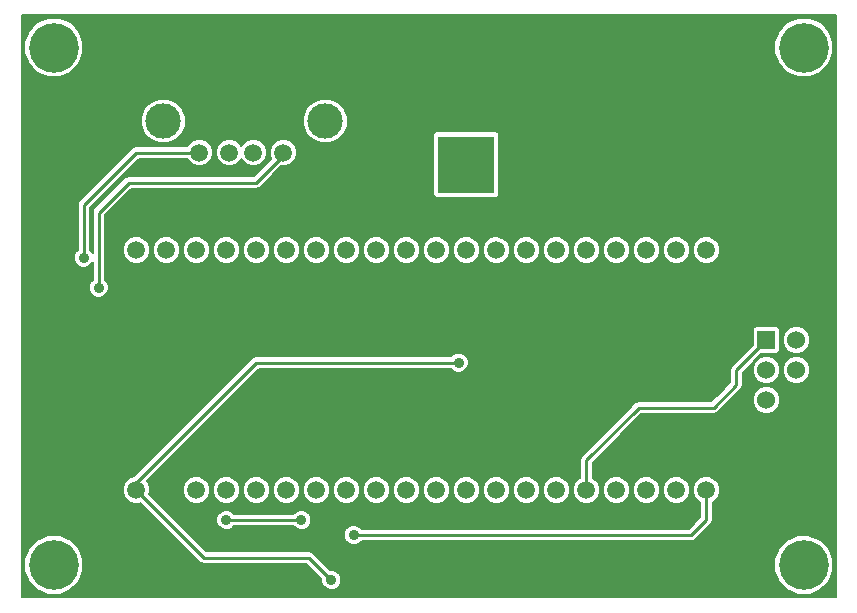
<source format=gbl>
G04 (created by PCBNEW (2013-03-31 BZR 4008)-stable) date 13.09.2013 22:32:34*
%MOIN*%
G04 Gerber Fmt 3.4, Leading zero omitted, Abs format*
%FSLAX34Y34*%
G01*
G70*
G90*
G04 APERTURE LIST*
%ADD10C,0.006*%
%ADD11C,0.0591*%
%ADD12C,0.1181*%
%ADD13R,0.06X0.06*%
%ADD14C,0.06*%
%ADD15C,0.189*%
%ADD16R,0.189X0.189*%
%ADD17C,0.0590551*%
%ADD18C,0.1654*%
%ADD19C,0.035*%
%ADD20C,0.01*%
%ADD21C,0.00787402*%
G04 APERTURE END LIST*
G54D10*
G54D11*
X21600Y-11750D03*
X22600Y-11750D03*
X23400Y-11750D03*
X24400Y-11750D03*
G54D12*
X20400Y-10700D03*
X25800Y-10700D03*
G54D13*
X40500Y-18000D03*
G54D14*
X41500Y-18000D03*
X40500Y-19000D03*
X41500Y-19000D03*
X40500Y-20000D03*
X41500Y-20000D03*
G54D15*
X30500Y-9750D03*
G54D16*
X30500Y-12150D03*
G54D15*
X28500Y-10650D03*
G54D17*
X19500Y-23000D03*
X20500Y-23000D03*
X21500Y-23000D03*
X22500Y-23000D03*
X23500Y-23000D03*
X24500Y-23000D03*
X25500Y-23000D03*
X26500Y-23000D03*
X27500Y-23000D03*
X28500Y-23000D03*
X29500Y-23000D03*
X30500Y-23000D03*
X31500Y-23000D03*
X32500Y-23000D03*
X33500Y-23000D03*
X34500Y-23000D03*
X35500Y-23000D03*
X36500Y-23000D03*
X37500Y-23000D03*
X38500Y-23000D03*
X38500Y-15000D03*
X37500Y-15000D03*
X36500Y-15000D03*
X35500Y-15000D03*
X34500Y-15000D03*
X33500Y-15000D03*
X32500Y-15000D03*
X31500Y-15000D03*
X30500Y-15000D03*
X29500Y-15000D03*
X28500Y-15000D03*
X27500Y-15000D03*
X26500Y-15000D03*
X25500Y-15000D03*
X24500Y-15000D03*
X23500Y-15000D03*
X22500Y-15000D03*
X21500Y-15000D03*
X20500Y-15000D03*
X19500Y-15000D03*
G54D18*
X41750Y-8250D03*
X41750Y-25500D03*
X16750Y-25500D03*
X16750Y-8250D03*
G54D19*
X32500Y-24000D03*
X25250Y-26000D03*
X23250Y-26000D03*
X34250Y-10500D03*
X29250Y-20000D03*
X36000Y-17750D03*
X17250Y-21250D03*
X35750Y-12250D03*
X25000Y-24000D03*
X22500Y-24000D03*
X17750Y-15250D03*
X18250Y-16250D03*
X26750Y-24500D03*
X26000Y-26000D03*
X30250Y-18750D03*
G54D20*
X22500Y-24000D02*
X25000Y-24000D01*
X34500Y-23000D02*
X34500Y-22000D01*
X39500Y-19000D02*
X40500Y-18000D01*
X39500Y-19500D02*
X39500Y-19000D01*
X38750Y-20250D02*
X39500Y-19500D01*
X36250Y-20250D02*
X38750Y-20250D01*
X34500Y-22000D02*
X36250Y-20250D01*
X21600Y-11750D02*
X19500Y-11750D01*
X17750Y-13500D02*
X17750Y-15250D01*
X19500Y-11750D02*
X17750Y-13500D01*
X24400Y-11750D02*
X24400Y-11850D01*
X18250Y-13750D02*
X18250Y-16250D01*
X19250Y-12750D02*
X18250Y-13750D01*
X23500Y-12750D02*
X19250Y-12750D01*
X24400Y-11850D02*
X23500Y-12750D01*
X38500Y-23000D02*
X38500Y-24000D01*
X38000Y-24500D02*
X26750Y-24500D01*
X38500Y-24000D02*
X38000Y-24500D01*
X21750Y-25250D02*
X19500Y-23000D01*
X25250Y-25250D02*
X21750Y-25250D01*
X26000Y-26000D02*
X25250Y-25250D01*
X19500Y-22750D02*
X19500Y-23000D01*
X23500Y-18750D02*
X19500Y-22750D01*
X30250Y-18750D02*
X23500Y-18750D01*
G54D10*
G36*
X42822Y-26572D02*
X42734Y-26572D01*
X42734Y-25305D01*
X42734Y-8055D01*
X42585Y-7693D01*
X42308Y-7415D01*
X41946Y-7265D01*
X41555Y-7265D01*
X41193Y-7414D01*
X40915Y-7691D01*
X40765Y-8053D01*
X40765Y-8444D01*
X40914Y-8806D01*
X41191Y-9084D01*
X41553Y-9234D01*
X41944Y-9234D01*
X42306Y-9085D01*
X42584Y-8808D01*
X42734Y-8446D01*
X42734Y-8055D01*
X42734Y-25305D01*
X42585Y-24943D01*
X42308Y-24665D01*
X41957Y-24520D01*
X41957Y-18909D01*
X41957Y-17909D01*
X41888Y-17741D01*
X41759Y-17612D01*
X41591Y-17542D01*
X41409Y-17542D01*
X41241Y-17611D01*
X41112Y-17740D01*
X41042Y-17908D01*
X41042Y-18090D01*
X41111Y-18258D01*
X41240Y-18387D01*
X41408Y-18457D01*
X41590Y-18457D01*
X41758Y-18388D01*
X41887Y-18259D01*
X41957Y-18091D01*
X41957Y-17909D01*
X41957Y-18909D01*
X41888Y-18741D01*
X41759Y-18612D01*
X41591Y-18542D01*
X41409Y-18542D01*
X41241Y-18611D01*
X41112Y-18740D01*
X41042Y-18908D01*
X41042Y-19090D01*
X41111Y-19258D01*
X41240Y-19387D01*
X41408Y-19457D01*
X41590Y-19457D01*
X41758Y-19388D01*
X41887Y-19259D01*
X41957Y-19091D01*
X41957Y-18909D01*
X41957Y-24520D01*
X41946Y-24515D01*
X41555Y-24515D01*
X41193Y-24664D01*
X40957Y-24900D01*
X40957Y-19909D01*
X40957Y-18909D01*
X40957Y-18909D01*
X40957Y-18268D01*
X40957Y-17668D01*
X40933Y-17610D01*
X40889Y-17566D01*
X40831Y-17542D01*
X40768Y-17542D01*
X40168Y-17542D01*
X40110Y-17566D01*
X40066Y-17610D01*
X40042Y-17668D01*
X40042Y-17731D01*
X40042Y-18164D01*
X39353Y-18853D01*
X39308Y-18920D01*
X39292Y-19000D01*
X39292Y-19414D01*
X38952Y-19753D01*
X38952Y-14910D01*
X38884Y-14743D01*
X38756Y-14616D01*
X38590Y-14547D01*
X38410Y-14547D01*
X38243Y-14615D01*
X38116Y-14743D01*
X38047Y-14909D01*
X38047Y-15089D01*
X38115Y-15256D01*
X38243Y-15383D01*
X38409Y-15452D01*
X38589Y-15452D01*
X38756Y-15384D01*
X38883Y-15256D01*
X38952Y-15090D01*
X38952Y-14910D01*
X38952Y-19753D01*
X38664Y-20042D01*
X37952Y-20042D01*
X37952Y-14910D01*
X37884Y-14743D01*
X37756Y-14616D01*
X37590Y-14547D01*
X37410Y-14547D01*
X37243Y-14615D01*
X37116Y-14743D01*
X37047Y-14909D01*
X37047Y-15089D01*
X37115Y-15256D01*
X37243Y-15383D01*
X37409Y-15452D01*
X37589Y-15452D01*
X37756Y-15384D01*
X37883Y-15256D01*
X37952Y-15090D01*
X37952Y-14910D01*
X37952Y-20042D01*
X36952Y-20042D01*
X36952Y-14910D01*
X36884Y-14743D01*
X36756Y-14616D01*
X36590Y-14547D01*
X36410Y-14547D01*
X36243Y-14615D01*
X36116Y-14743D01*
X36047Y-14909D01*
X36047Y-15089D01*
X36115Y-15256D01*
X36243Y-15383D01*
X36409Y-15452D01*
X36589Y-15452D01*
X36756Y-15384D01*
X36883Y-15256D01*
X36952Y-15090D01*
X36952Y-14910D01*
X36952Y-20042D01*
X36250Y-20042D01*
X36183Y-20055D01*
X36170Y-20058D01*
X36103Y-20103D01*
X35952Y-20253D01*
X35952Y-14910D01*
X35884Y-14743D01*
X35756Y-14616D01*
X35590Y-14547D01*
X35410Y-14547D01*
X35243Y-14615D01*
X35116Y-14743D01*
X35047Y-14909D01*
X35047Y-15089D01*
X35115Y-15256D01*
X35243Y-15383D01*
X35409Y-15452D01*
X35589Y-15452D01*
X35756Y-15384D01*
X35883Y-15256D01*
X35952Y-15090D01*
X35952Y-14910D01*
X35952Y-20253D01*
X34952Y-21253D01*
X34952Y-14910D01*
X34884Y-14743D01*
X34756Y-14616D01*
X34590Y-14547D01*
X34410Y-14547D01*
X34243Y-14615D01*
X34116Y-14743D01*
X34047Y-14909D01*
X34047Y-15089D01*
X34115Y-15256D01*
X34243Y-15383D01*
X34409Y-15452D01*
X34589Y-15452D01*
X34756Y-15384D01*
X34883Y-15256D01*
X34952Y-15090D01*
X34952Y-14910D01*
X34952Y-21253D01*
X34353Y-21853D01*
X34308Y-21920D01*
X34292Y-22000D01*
X34292Y-22595D01*
X34243Y-22615D01*
X34116Y-22743D01*
X34047Y-22909D01*
X34047Y-23089D01*
X34115Y-23256D01*
X34243Y-23383D01*
X34409Y-23452D01*
X34589Y-23452D01*
X34756Y-23384D01*
X34883Y-23256D01*
X34952Y-23090D01*
X34952Y-22910D01*
X34884Y-22743D01*
X34756Y-22616D01*
X34707Y-22595D01*
X34707Y-22085D01*
X36335Y-20457D01*
X38750Y-20457D01*
X38829Y-20441D01*
X38829Y-20441D01*
X38896Y-20396D01*
X39646Y-19646D01*
X39646Y-19646D01*
X39676Y-19601D01*
X39691Y-19579D01*
X39691Y-19579D01*
X39707Y-19500D01*
X39707Y-19500D01*
X39707Y-19085D01*
X40335Y-18457D01*
X40831Y-18457D01*
X40889Y-18433D01*
X40933Y-18389D01*
X40957Y-18331D01*
X40957Y-18268D01*
X40957Y-18909D01*
X40888Y-18741D01*
X40759Y-18612D01*
X40591Y-18542D01*
X40409Y-18542D01*
X40241Y-18611D01*
X40112Y-18740D01*
X40042Y-18908D01*
X40042Y-19090D01*
X40111Y-19258D01*
X40240Y-19387D01*
X40408Y-19457D01*
X40590Y-19457D01*
X40758Y-19388D01*
X40887Y-19259D01*
X40957Y-19091D01*
X40957Y-18909D01*
X40957Y-19909D01*
X40888Y-19741D01*
X40759Y-19612D01*
X40591Y-19542D01*
X40409Y-19542D01*
X40241Y-19611D01*
X40112Y-19740D01*
X40042Y-19908D01*
X40042Y-20090D01*
X40111Y-20258D01*
X40240Y-20387D01*
X40408Y-20457D01*
X40590Y-20457D01*
X40758Y-20388D01*
X40887Y-20259D01*
X40957Y-20091D01*
X40957Y-19909D01*
X40957Y-24900D01*
X40915Y-24941D01*
X40765Y-25303D01*
X40765Y-25694D01*
X40914Y-26056D01*
X41191Y-26334D01*
X41553Y-26484D01*
X41944Y-26484D01*
X42306Y-26335D01*
X42584Y-26058D01*
X42734Y-25696D01*
X42734Y-25305D01*
X42734Y-26572D01*
X38952Y-26572D01*
X38952Y-22910D01*
X38884Y-22743D01*
X38756Y-22616D01*
X38590Y-22547D01*
X38410Y-22547D01*
X38243Y-22615D01*
X38116Y-22743D01*
X38047Y-22909D01*
X38047Y-23089D01*
X38115Y-23256D01*
X38243Y-23383D01*
X38292Y-23404D01*
X38292Y-23914D01*
X37952Y-24253D01*
X37952Y-22910D01*
X37884Y-22743D01*
X37756Y-22616D01*
X37590Y-22547D01*
X37410Y-22547D01*
X37243Y-22615D01*
X37116Y-22743D01*
X37047Y-22909D01*
X37047Y-23089D01*
X37115Y-23256D01*
X37243Y-23383D01*
X37409Y-23452D01*
X37589Y-23452D01*
X37756Y-23384D01*
X37883Y-23256D01*
X37952Y-23090D01*
X37952Y-22910D01*
X37952Y-24253D01*
X37914Y-24292D01*
X36952Y-24292D01*
X36952Y-22910D01*
X36884Y-22743D01*
X36756Y-22616D01*
X36590Y-22547D01*
X36410Y-22547D01*
X36243Y-22615D01*
X36116Y-22743D01*
X36047Y-22909D01*
X36047Y-23089D01*
X36115Y-23256D01*
X36243Y-23383D01*
X36409Y-23452D01*
X36589Y-23452D01*
X36756Y-23384D01*
X36883Y-23256D01*
X36952Y-23090D01*
X36952Y-22910D01*
X36952Y-24292D01*
X35952Y-24292D01*
X35952Y-22910D01*
X35884Y-22743D01*
X35756Y-22616D01*
X35590Y-22547D01*
X35410Y-22547D01*
X35243Y-22615D01*
X35116Y-22743D01*
X35047Y-22909D01*
X35047Y-23089D01*
X35115Y-23256D01*
X35243Y-23383D01*
X35409Y-23452D01*
X35589Y-23452D01*
X35756Y-23384D01*
X35883Y-23256D01*
X35952Y-23090D01*
X35952Y-22910D01*
X35952Y-24292D01*
X33952Y-24292D01*
X33952Y-22910D01*
X33952Y-14910D01*
X33884Y-14743D01*
X33756Y-14616D01*
X33590Y-14547D01*
X33410Y-14547D01*
X33243Y-14615D01*
X33116Y-14743D01*
X33047Y-14909D01*
X33047Y-15089D01*
X33115Y-15256D01*
X33243Y-15383D01*
X33409Y-15452D01*
X33589Y-15452D01*
X33756Y-15384D01*
X33883Y-15256D01*
X33952Y-15090D01*
X33952Y-14910D01*
X33952Y-22910D01*
X33884Y-22743D01*
X33756Y-22616D01*
X33590Y-22547D01*
X33410Y-22547D01*
X33243Y-22615D01*
X33116Y-22743D01*
X33047Y-22909D01*
X33047Y-23089D01*
X33115Y-23256D01*
X33243Y-23383D01*
X33409Y-23452D01*
X33589Y-23452D01*
X33756Y-23384D01*
X33883Y-23256D01*
X33952Y-23090D01*
X33952Y-22910D01*
X33952Y-24292D01*
X32952Y-24292D01*
X32952Y-22910D01*
X32952Y-14910D01*
X32884Y-14743D01*
X32756Y-14616D01*
X32590Y-14547D01*
X32410Y-14547D01*
X32243Y-14615D01*
X32116Y-14743D01*
X32047Y-14909D01*
X32047Y-15089D01*
X32115Y-15256D01*
X32243Y-15383D01*
X32409Y-15452D01*
X32589Y-15452D01*
X32756Y-15384D01*
X32883Y-15256D01*
X32952Y-15090D01*
X32952Y-14910D01*
X32952Y-22910D01*
X32884Y-22743D01*
X32756Y-22616D01*
X32590Y-22547D01*
X32410Y-22547D01*
X32243Y-22615D01*
X32116Y-22743D01*
X32047Y-22909D01*
X32047Y-23089D01*
X32115Y-23256D01*
X32243Y-23383D01*
X32409Y-23452D01*
X32589Y-23452D01*
X32756Y-23384D01*
X32883Y-23256D01*
X32952Y-23090D01*
X32952Y-22910D01*
X32952Y-24292D01*
X31952Y-24292D01*
X31952Y-22910D01*
X31952Y-14910D01*
X31884Y-14743D01*
X31756Y-14616D01*
X31602Y-14552D01*
X31602Y-13063D01*
X31602Y-11173D01*
X31578Y-11115D01*
X31534Y-11071D01*
X31476Y-11047D01*
X31413Y-11047D01*
X29523Y-11047D01*
X29465Y-11071D01*
X29421Y-11115D01*
X29397Y-11173D01*
X29397Y-11236D01*
X29397Y-13126D01*
X29421Y-13184D01*
X29465Y-13228D01*
X29523Y-13252D01*
X29586Y-13252D01*
X31476Y-13252D01*
X31534Y-13228D01*
X31578Y-13184D01*
X31602Y-13126D01*
X31602Y-13063D01*
X31602Y-14552D01*
X31590Y-14547D01*
X31410Y-14547D01*
X31243Y-14615D01*
X31116Y-14743D01*
X31047Y-14909D01*
X31047Y-15089D01*
X31115Y-15256D01*
X31243Y-15383D01*
X31409Y-15452D01*
X31589Y-15452D01*
X31756Y-15384D01*
X31883Y-15256D01*
X31952Y-15090D01*
X31952Y-14910D01*
X31952Y-22910D01*
X31884Y-22743D01*
X31756Y-22616D01*
X31590Y-22547D01*
X31410Y-22547D01*
X31243Y-22615D01*
X31116Y-22743D01*
X31047Y-22909D01*
X31047Y-23089D01*
X31115Y-23256D01*
X31243Y-23383D01*
X31409Y-23452D01*
X31589Y-23452D01*
X31756Y-23384D01*
X31883Y-23256D01*
X31952Y-23090D01*
X31952Y-22910D01*
X31952Y-24292D01*
X30952Y-24292D01*
X30952Y-22910D01*
X30952Y-14910D01*
X30884Y-14743D01*
X30756Y-14616D01*
X30590Y-14547D01*
X30410Y-14547D01*
X30243Y-14615D01*
X30116Y-14743D01*
X30047Y-14909D01*
X30047Y-15089D01*
X30115Y-15256D01*
X30243Y-15383D01*
X30409Y-15452D01*
X30589Y-15452D01*
X30756Y-15384D01*
X30883Y-15256D01*
X30952Y-15090D01*
X30952Y-14910D01*
X30952Y-22910D01*
X30884Y-22743D01*
X30756Y-22616D01*
X30590Y-22547D01*
X30582Y-22547D01*
X30582Y-18684D01*
X30532Y-18561D01*
X30438Y-18468D01*
X30316Y-18417D01*
X30184Y-18417D01*
X30061Y-18467D01*
X29987Y-18542D01*
X29952Y-18542D01*
X29952Y-14910D01*
X29884Y-14743D01*
X29756Y-14616D01*
X29590Y-14547D01*
X29410Y-14547D01*
X29243Y-14615D01*
X29116Y-14743D01*
X29047Y-14909D01*
X29047Y-15089D01*
X29115Y-15256D01*
X29243Y-15383D01*
X29409Y-15452D01*
X29589Y-15452D01*
X29756Y-15384D01*
X29883Y-15256D01*
X29952Y-15090D01*
X29952Y-14910D01*
X29952Y-18542D01*
X28952Y-18542D01*
X28952Y-14910D01*
X28884Y-14743D01*
X28756Y-14616D01*
X28590Y-14547D01*
X28410Y-14547D01*
X28243Y-14615D01*
X28116Y-14743D01*
X28047Y-14909D01*
X28047Y-15089D01*
X28115Y-15256D01*
X28243Y-15383D01*
X28409Y-15452D01*
X28589Y-15452D01*
X28756Y-15384D01*
X28883Y-15256D01*
X28952Y-15090D01*
X28952Y-14910D01*
X28952Y-18542D01*
X27952Y-18542D01*
X27952Y-14910D01*
X27884Y-14743D01*
X27756Y-14616D01*
X27590Y-14547D01*
X27410Y-14547D01*
X27243Y-14615D01*
X27116Y-14743D01*
X27047Y-14909D01*
X27047Y-15089D01*
X27115Y-15256D01*
X27243Y-15383D01*
X27409Y-15452D01*
X27589Y-15452D01*
X27756Y-15384D01*
X27883Y-15256D01*
X27952Y-15090D01*
X27952Y-14910D01*
X27952Y-18542D01*
X26952Y-18542D01*
X26952Y-14910D01*
X26884Y-14743D01*
X26756Y-14616D01*
X26590Y-14547D01*
X26548Y-14547D01*
X26548Y-10551D01*
X26434Y-10276D01*
X26224Y-10066D01*
X25949Y-9952D01*
X25651Y-9951D01*
X25376Y-10065D01*
X25166Y-10275D01*
X25052Y-10550D01*
X25051Y-10848D01*
X25165Y-11123D01*
X25375Y-11333D01*
X25650Y-11447D01*
X25948Y-11448D01*
X26223Y-11334D01*
X26433Y-11124D01*
X26547Y-10849D01*
X26548Y-10551D01*
X26548Y-14547D01*
X26410Y-14547D01*
X26243Y-14615D01*
X26116Y-14743D01*
X26047Y-14909D01*
X26047Y-15089D01*
X26115Y-15256D01*
X26243Y-15383D01*
X26409Y-15452D01*
X26589Y-15452D01*
X26756Y-15384D01*
X26883Y-15256D01*
X26952Y-15090D01*
X26952Y-14910D01*
X26952Y-18542D01*
X25952Y-18542D01*
X25952Y-14910D01*
X25884Y-14743D01*
X25756Y-14616D01*
X25590Y-14547D01*
X25410Y-14547D01*
X25243Y-14615D01*
X25116Y-14743D01*
X25047Y-14909D01*
X25047Y-15089D01*
X25115Y-15256D01*
X25243Y-15383D01*
X25409Y-15452D01*
X25589Y-15452D01*
X25756Y-15384D01*
X25883Y-15256D01*
X25952Y-15090D01*
X25952Y-14910D01*
X25952Y-18542D01*
X24952Y-18542D01*
X24952Y-14910D01*
X24884Y-14743D01*
X24853Y-14712D01*
X24853Y-11660D01*
X24784Y-11493D01*
X24656Y-11366D01*
X24490Y-11297D01*
X24310Y-11296D01*
X24143Y-11365D01*
X24016Y-11493D01*
X23947Y-11659D01*
X23946Y-11839D01*
X23996Y-11959D01*
X23853Y-12103D01*
X23853Y-11660D01*
X23784Y-11493D01*
X23656Y-11366D01*
X23490Y-11297D01*
X23310Y-11296D01*
X23143Y-11365D01*
X23016Y-11493D01*
X23000Y-11531D01*
X22984Y-11493D01*
X22856Y-11366D01*
X22690Y-11297D01*
X22510Y-11296D01*
X22343Y-11365D01*
X22216Y-11493D01*
X22147Y-11659D01*
X22146Y-11839D01*
X22215Y-12006D01*
X22343Y-12133D01*
X22509Y-12202D01*
X22689Y-12203D01*
X22856Y-12134D01*
X22983Y-12006D01*
X22999Y-11968D01*
X23015Y-12006D01*
X23143Y-12133D01*
X23309Y-12202D01*
X23489Y-12203D01*
X23656Y-12134D01*
X23783Y-12006D01*
X23852Y-11840D01*
X23853Y-11660D01*
X23853Y-12103D01*
X23414Y-12542D01*
X19250Y-12542D01*
X19170Y-12558D01*
X19148Y-12573D01*
X19103Y-12603D01*
X18103Y-13603D01*
X18058Y-13670D01*
X18042Y-13750D01*
X18042Y-15087D01*
X18032Y-15061D01*
X17957Y-14987D01*
X17957Y-13585D01*
X19585Y-11957D01*
X21195Y-11957D01*
X21215Y-12006D01*
X21343Y-12133D01*
X21509Y-12202D01*
X21689Y-12203D01*
X21856Y-12134D01*
X21983Y-12006D01*
X22052Y-11840D01*
X22053Y-11660D01*
X21984Y-11493D01*
X21856Y-11366D01*
X21690Y-11297D01*
X21510Y-11296D01*
X21343Y-11365D01*
X21216Y-11493D01*
X21195Y-11542D01*
X21148Y-11542D01*
X21148Y-10551D01*
X21034Y-10276D01*
X20824Y-10066D01*
X20549Y-9952D01*
X20251Y-9951D01*
X19976Y-10065D01*
X19766Y-10275D01*
X19652Y-10550D01*
X19651Y-10848D01*
X19765Y-11123D01*
X19975Y-11333D01*
X20250Y-11447D01*
X20548Y-11448D01*
X20823Y-11334D01*
X21033Y-11124D01*
X21147Y-10849D01*
X21148Y-10551D01*
X21148Y-11542D01*
X19500Y-11542D01*
X19433Y-11555D01*
X19420Y-11558D01*
X19353Y-11603D01*
X17734Y-13221D01*
X17734Y-8055D01*
X17585Y-7693D01*
X17308Y-7415D01*
X16946Y-7265D01*
X16555Y-7265D01*
X16193Y-7414D01*
X15915Y-7691D01*
X15765Y-8053D01*
X15765Y-8444D01*
X15914Y-8806D01*
X16191Y-9084D01*
X16553Y-9234D01*
X16944Y-9234D01*
X17306Y-9085D01*
X17584Y-8808D01*
X17734Y-8446D01*
X17734Y-8055D01*
X17734Y-13221D01*
X17603Y-13353D01*
X17558Y-13420D01*
X17542Y-13500D01*
X17542Y-14987D01*
X17468Y-15061D01*
X17417Y-15183D01*
X17417Y-15315D01*
X17467Y-15438D01*
X17561Y-15531D01*
X17683Y-15582D01*
X17815Y-15582D01*
X17938Y-15532D01*
X18031Y-15438D01*
X18042Y-15412D01*
X18042Y-15987D01*
X17968Y-16061D01*
X17917Y-16183D01*
X17917Y-16315D01*
X17967Y-16438D01*
X18061Y-16531D01*
X18183Y-16582D01*
X18315Y-16582D01*
X18438Y-16532D01*
X18531Y-16438D01*
X18582Y-16316D01*
X18582Y-16184D01*
X18532Y-16061D01*
X18457Y-15987D01*
X18457Y-13835D01*
X19335Y-12957D01*
X23500Y-12957D01*
X23579Y-12941D01*
X23579Y-12941D01*
X23646Y-12896D01*
X24340Y-12202D01*
X24489Y-12203D01*
X24656Y-12134D01*
X24783Y-12006D01*
X24852Y-11840D01*
X24853Y-11660D01*
X24853Y-14712D01*
X24756Y-14616D01*
X24590Y-14547D01*
X24410Y-14547D01*
X24243Y-14615D01*
X24116Y-14743D01*
X24047Y-14909D01*
X24047Y-15089D01*
X24115Y-15256D01*
X24243Y-15383D01*
X24409Y-15452D01*
X24589Y-15452D01*
X24756Y-15384D01*
X24883Y-15256D01*
X24952Y-15090D01*
X24952Y-14910D01*
X24952Y-18542D01*
X23952Y-18542D01*
X23952Y-14910D01*
X23884Y-14743D01*
X23756Y-14616D01*
X23590Y-14547D01*
X23410Y-14547D01*
X23243Y-14615D01*
X23116Y-14743D01*
X23047Y-14909D01*
X23047Y-15089D01*
X23115Y-15256D01*
X23243Y-15383D01*
X23409Y-15452D01*
X23589Y-15452D01*
X23756Y-15384D01*
X23883Y-15256D01*
X23952Y-15090D01*
X23952Y-14910D01*
X23952Y-18542D01*
X23500Y-18542D01*
X23420Y-18558D01*
X23398Y-18573D01*
X23353Y-18603D01*
X22952Y-19003D01*
X22952Y-14910D01*
X22884Y-14743D01*
X22756Y-14616D01*
X22590Y-14547D01*
X22410Y-14547D01*
X22243Y-14615D01*
X22116Y-14743D01*
X22047Y-14909D01*
X22047Y-15089D01*
X22115Y-15256D01*
X22243Y-15383D01*
X22409Y-15452D01*
X22589Y-15452D01*
X22756Y-15384D01*
X22883Y-15256D01*
X22952Y-15090D01*
X22952Y-14910D01*
X22952Y-19003D01*
X21952Y-20003D01*
X21952Y-14910D01*
X21884Y-14743D01*
X21756Y-14616D01*
X21590Y-14547D01*
X21410Y-14547D01*
X21243Y-14615D01*
X21116Y-14743D01*
X21047Y-14909D01*
X21047Y-15089D01*
X21115Y-15256D01*
X21243Y-15383D01*
X21409Y-15452D01*
X21589Y-15452D01*
X21756Y-15384D01*
X21883Y-15256D01*
X21952Y-15090D01*
X21952Y-14910D01*
X21952Y-20003D01*
X20952Y-21003D01*
X20952Y-14910D01*
X20884Y-14743D01*
X20756Y-14616D01*
X20590Y-14547D01*
X20410Y-14547D01*
X20243Y-14615D01*
X20116Y-14743D01*
X20047Y-14909D01*
X20047Y-15089D01*
X20115Y-15256D01*
X20243Y-15383D01*
X20409Y-15452D01*
X20589Y-15452D01*
X20756Y-15384D01*
X20883Y-15256D01*
X20952Y-15090D01*
X20952Y-14910D01*
X20952Y-21003D01*
X19952Y-22003D01*
X19952Y-14910D01*
X19884Y-14743D01*
X19756Y-14616D01*
X19590Y-14547D01*
X19410Y-14547D01*
X19243Y-14615D01*
X19116Y-14743D01*
X19047Y-14909D01*
X19047Y-15089D01*
X19115Y-15256D01*
X19243Y-15383D01*
X19409Y-15452D01*
X19589Y-15452D01*
X19756Y-15384D01*
X19883Y-15256D01*
X19952Y-15090D01*
X19952Y-14910D01*
X19952Y-22003D01*
X19408Y-22547D01*
X19243Y-22615D01*
X19116Y-22743D01*
X19047Y-22909D01*
X19047Y-23089D01*
X19115Y-23256D01*
X19243Y-23383D01*
X19409Y-23452D01*
X19589Y-23452D01*
X19639Y-23432D01*
X21603Y-25396D01*
X21603Y-25396D01*
X21648Y-25426D01*
X21670Y-25441D01*
X21670Y-25441D01*
X21750Y-25457D01*
X25164Y-25457D01*
X25667Y-25960D01*
X25667Y-26065D01*
X25717Y-26188D01*
X25811Y-26281D01*
X25933Y-26332D01*
X26065Y-26332D01*
X26188Y-26282D01*
X26281Y-26188D01*
X26332Y-26066D01*
X26332Y-25934D01*
X26282Y-25811D01*
X26188Y-25718D01*
X26066Y-25667D01*
X25960Y-25667D01*
X25952Y-25659D01*
X25952Y-22910D01*
X25884Y-22743D01*
X25756Y-22616D01*
X25590Y-22547D01*
X25410Y-22547D01*
X25243Y-22615D01*
X25116Y-22743D01*
X25047Y-22909D01*
X25047Y-23089D01*
X25115Y-23256D01*
X25243Y-23383D01*
X25409Y-23452D01*
X25589Y-23452D01*
X25756Y-23384D01*
X25883Y-23256D01*
X25952Y-23090D01*
X25952Y-22910D01*
X25952Y-25659D01*
X25396Y-25103D01*
X25332Y-25060D01*
X25332Y-23934D01*
X25282Y-23811D01*
X25188Y-23718D01*
X25066Y-23667D01*
X24952Y-23667D01*
X24952Y-22910D01*
X24884Y-22743D01*
X24756Y-22616D01*
X24590Y-22547D01*
X24410Y-22547D01*
X24243Y-22615D01*
X24116Y-22743D01*
X24047Y-22909D01*
X24047Y-23089D01*
X24115Y-23256D01*
X24243Y-23383D01*
X24409Y-23452D01*
X24589Y-23452D01*
X24756Y-23384D01*
X24883Y-23256D01*
X24952Y-23090D01*
X24952Y-22910D01*
X24952Y-23667D01*
X24934Y-23667D01*
X24811Y-23717D01*
X24737Y-23792D01*
X23952Y-23792D01*
X23952Y-22910D01*
X23884Y-22743D01*
X23756Y-22616D01*
X23590Y-22547D01*
X23410Y-22547D01*
X23243Y-22615D01*
X23116Y-22743D01*
X23047Y-22909D01*
X23047Y-23089D01*
X23115Y-23256D01*
X23243Y-23383D01*
X23409Y-23452D01*
X23589Y-23452D01*
X23756Y-23384D01*
X23883Y-23256D01*
X23952Y-23090D01*
X23952Y-22910D01*
X23952Y-23792D01*
X22952Y-23792D01*
X22952Y-22910D01*
X22884Y-22743D01*
X22756Y-22616D01*
X22590Y-22547D01*
X22410Y-22547D01*
X22243Y-22615D01*
X22116Y-22743D01*
X22047Y-22909D01*
X22047Y-23089D01*
X22115Y-23256D01*
X22243Y-23383D01*
X22409Y-23452D01*
X22589Y-23452D01*
X22756Y-23384D01*
X22883Y-23256D01*
X22952Y-23090D01*
X22952Y-22910D01*
X22952Y-23792D01*
X22762Y-23792D01*
X22688Y-23718D01*
X22566Y-23667D01*
X22434Y-23667D01*
X22311Y-23717D01*
X22218Y-23811D01*
X22167Y-23933D01*
X22167Y-24065D01*
X22217Y-24188D01*
X22311Y-24281D01*
X22433Y-24332D01*
X22565Y-24332D01*
X22688Y-24282D01*
X22762Y-24207D01*
X24737Y-24207D01*
X24811Y-24281D01*
X24933Y-24332D01*
X25065Y-24332D01*
X25188Y-24282D01*
X25281Y-24188D01*
X25332Y-24066D01*
X25332Y-23934D01*
X25332Y-25060D01*
X25329Y-25058D01*
X25250Y-25042D01*
X21952Y-25042D01*
X21952Y-22910D01*
X21884Y-22743D01*
X21756Y-22616D01*
X21590Y-22547D01*
X21410Y-22547D01*
X21243Y-22615D01*
X21116Y-22743D01*
X21047Y-22909D01*
X21047Y-23089D01*
X21115Y-23256D01*
X21243Y-23383D01*
X21409Y-23452D01*
X21589Y-23452D01*
X21756Y-23384D01*
X21883Y-23256D01*
X21952Y-23090D01*
X21952Y-22910D01*
X21952Y-25042D01*
X21835Y-25042D01*
X19932Y-23139D01*
X19952Y-23090D01*
X19952Y-22910D01*
X19884Y-22743D01*
X19841Y-22701D01*
X23585Y-18957D01*
X29987Y-18957D01*
X30061Y-19031D01*
X30183Y-19082D01*
X30315Y-19082D01*
X30438Y-19032D01*
X30531Y-18938D01*
X30582Y-18816D01*
X30582Y-18684D01*
X30582Y-22547D01*
X30410Y-22547D01*
X30243Y-22615D01*
X30116Y-22743D01*
X30047Y-22909D01*
X30047Y-23089D01*
X30115Y-23256D01*
X30243Y-23383D01*
X30409Y-23452D01*
X30589Y-23452D01*
X30756Y-23384D01*
X30883Y-23256D01*
X30952Y-23090D01*
X30952Y-22910D01*
X30952Y-24292D01*
X29952Y-24292D01*
X29952Y-22910D01*
X29884Y-22743D01*
X29756Y-22616D01*
X29590Y-22547D01*
X29410Y-22547D01*
X29243Y-22615D01*
X29116Y-22743D01*
X29047Y-22909D01*
X29047Y-23089D01*
X29115Y-23256D01*
X29243Y-23383D01*
X29409Y-23452D01*
X29589Y-23452D01*
X29756Y-23384D01*
X29883Y-23256D01*
X29952Y-23090D01*
X29952Y-22910D01*
X29952Y-24292D01*
X28952Y-24292D01*
X28952Y-22910D01*
X28884Y-22743D01*
X28756Y-22616D01*
X28590Y-22547D01*
X28410Y-22547D01*
X28243Y-22615D01*
X28116Y-22743D01*
X28047Y-22909D01*
X28047Y-23089D01*
X28115Y-23256D01*
X28243Y-23383D01*
X28409Y-23452D01*
X28589Y-23452D01*
X28756Y-23384D01*
X28883Y-23256D01*
X28952Y-23090D01*
X28952Y-22910D01*
X28952Y-24292D01*
X27952Y-24292D01*
X27952Y-22910D01*
X27884Y-22743D01*
X27756Y-22616D01*
X27590Y-22547D01*
X27410Y-22547D01*
X27243Y-22615D01*
X27116Y-22743D01*
X27047Y-22909D01*
X27047Y-23089D01*
X27115Y-23256D01*
X27243Y-23383D01*
X27409Y-23452D01*
X27589Y-23452D01*
X27756Y-23384D01*
X27883Y-23256D01*
X27952Y-23090D01*
X27952Y-22910D01*
X27952Y-24292D01*
X27012Y-24292D01*
X26952Y-24232D01*
X26952Y-22910D01*
X26884Y-22743D01*
X26756Y-22616D01*
X26590Y-22547D01*
X26410Y-22547D01*
X26243Y-22615D01*
X26116Y-22743D01*
X26047Y-22909D01*
X26047Y-23089D01*
X26115Y-23256D01*
X26243Y-23383D01*
X26409Y-23452D01*
X26589Y-23452D01*
X26756Y-23384D01*
X26883Y-23256D01*
X26952Y-23090D01*
X26952Y-22910D01*
X26952Y-24232D01*
X26938Y-24218D01*
X26816Y-24167D01*
X26684Y-24167D01*
X26561Y-24217D01*
X26468Y-24311D01*
X26417Y-24433D01*
X26417Y-24565D01*
X26467Y-24688D01*
X26561Y-24781D01*
X26683Y-24832D01*
X26815Y-24832D01*
X26938Y-24782D01*
X27012Y-24707D01*
X38000Y-24707D01*
X38079Y-24691D01*
X38079Y-24691D01*
X38146Y-24646D01*
X38646Y-24146D01*
X38691Y-24079D01*
X38691Y-24079D01*
X38694Y-24066D01*
X38707Y-24000D01*
X38707Y-24000D01*
X38707Y-23404D01*
X38756Y-23384D01*
X38883Y-23256D01*
X38952Y-23090D01*
X38952Y-22910D01*
X38952Y-26572D01*
X17734Y-26572D01*
X17734Y-25305D01*
X17585Y-24943D01*
X17308Y-24665D01*
X16946Y-24515D01*
X16555Y-24515D01*
X16193Y-24664D01*
X15915Y-24941D01*
X15765Y-25303D01*
X15765Y-25694D01*
X15914Y-26056D01*
X16191Y-26334D01*
X16553Y-26484D01*
X16944Y-26484D01*
X17306Y-26335D01*
X17584Y-26058D01*
X17734Y-25696D01*
X17734Y-25305D01*
X17734Y-26572D01*
X15677Y-26572D01*
X15677Y-7177D01*
X42822Y-7177D01*
X42822Y-26572D01*
X42822Y-26572D01*
G37*
G54D21*
X42822Y-26572D02*
X42734Y-26572D01*
X42734Y-25305D01*
X42734Y-8055D01*
X42585Y-7693D01*
X42308Y-7415D01*
X41946Y-7265D01*
X41555Y-7265D01*
X41193Y-7414D01*
X40915Y-7691D01*
X40765Y-8053D01*
X40765Y-8444D01*
X40914Y-8806D01*
X41191Y-9084D01*
X41553Y-9234D01*
X41944Y-9234D01*
X42306Y-9085D01*
X42584Y-8808D01*
X42734Y-8446D01*
X42734Y-8055D01*
X42734Y-25305D01*
X42585Y-24943D01*
X42308Y-24665D01*
X41957Y-24520D01*
X41957Y-18909D01*
X41957Y-17909D01*
X41888Y-17741D01*
X41759Y-17612D01*
X41591Y-17542D01*
X41409Y-17542D01*
X41241Y-17611D01*
X41112Y-17740D01*
X41042Y-17908D01*
X41042Y-18090D01*
X41111Y-18258D01*
X41240Y-18387D01*
X41408Y-18457D01*
X41590Y-18457D01*
X41758Y-18388D01*
X41887Y-18259D01*
X41957Y-18091D01*
X41957Y-17909D01*
X41957Y-18909D01*
X41888Y-18741D01*
X41759Y-18612D01*
X41591Y-18542D01*
X41409Y-18542D01*
X41241Y-18611D01*
X41112Y-18740D01*
X41042Y-18908D01*
X41042Y-19090D01*
X41111Y-19258D01*
X41240Y-19387D01*
X41408Y-19457D01*
X41590Y-19457D01*
X41758Y-19388D01*
X41887Y-19259D01*
X41957Y-19091D01*
X41957Y-18909D01*
X41957Y-24520D01*
X41946Y-24515D01*
X41555Y-24515D01*
X41193Y-24664D01*
X40957Y-24900D01*
X40957Y-19909D01*
X40957Y-18909D01*
X40957Y-18909D01*
X40957Y-18268D01*
X40957Y-17668D01*
X40933Y-17610D01*
X40889Y-17566D01*
X40831Y-17542D01*
X40768Y-17542D01*
X40168Y-17542D01*
X40110Y-17566D01*
X40066Y-17610D01*
X40042Y-17668D01*
X40042Y-17731D01*
X40042Y-18164D01*
X39353Y-18853D01*
X39308Y-18920D01*
X39292Y-19000D01*
X39292Y-19414D01*
X38952Y-19753D01*
X38952Y-14910D01*
X38884Y-14743D01*
X38756Y-14616D01*
X38590Y-14547D01*
X38410Y-14547D01*
X38243Y-14615D01*
X38116Y-14743D01*
X38047Y-14909D01*
X38047Y-15089D01*
X38115Y-15256D01*
X38243Y-15383D01*
X38409Y-15452D01*
X38589Y-15452D01*
X38756Y-15384D01*
X38883Y-15256D01*
X38952Y-15090D01*
X38952Y-14910D01*
X38952Y-19753D01*
X38664Y-20042D01*
X37952Y-20042D01*
X37952Y-14910D01*
X37884Y-14743D01*
X37756Y-14616D01*
X37590Y-14547D01*
X37410Y-14547D01*
X37243Y-14615D01*
X37116Y-14743D01*
X37047Y-14909D01*
X37047Y-15089D01*
X37115Y-15256D01*
X37243Y-15383D01*
X37409Y-15452D01*
X37589Y-15452D01*
X37756Y-15384D01*
X37883Y-15256D01*
X37952Y-15090D01*
X37952Y-14910D01*
X37952Y-20042D01*
X36952Y-20042D01*
X36952Y-14910D01*
X36884Y-14743D01*
X36756Y-14616D01*
X36590Y-14547D01*
X36410Y-14547D01*
X36243Y-14615D01*
X36116Y-14743D01*
X36047Y-14909D01*
X36047Y-15089D01*
X36115Y-15256D01*
X36243Y-15383D01*
X36409Y-15452D01*
X36589Y-15452D01*
X36756Y-15384D01*
X36883Y-15256D01*
X36952Y-15090D01*
X36952Y-14910D01*
X36952Y-20042D01*
X36250Y-20042D01*
X36183Y-20055D01*
X36170Y-20058D01*
X36103Y-20103D01*
X35952Y-20253D01*
X35952Y-14910D01*
X35884Y-14743D01*
X35756Y-14616D01*
X35590Y-14547D01*
X35410Y-14547D01*
X35243Y-14615D01*
X35116Y-14743D01*
X35047Y-14909D01*
X35047Y-15089D01*
X35115Y-15256D01*
X35243Y-15383D01*
X35409Y-15452D01*
X35589Y-15452D01*
X35756Y-15384D01*
X35883Y-15256D01*
X35952Y-15090D01*
X35952Y-14910D01*
X35952Y-20253D01*
X34952Y-21253D01*
X34952Y-14910D01*
X34884Y-14743D01*
X34756Y-14616D01*
X34590Y-14547D01*
X34410Y-14547D01*
X34243Y-14615D01*
X34116Y-14743D01*
X34047Y-14909D01*
X34047Y-15089D01*
X34115Y-15256D01*
X34243Y-15383D01*
X34409Y-15452D01*
X34589Y-15452D01*
X34756Y-15384D01*
X34883Y-15256D01*
X34952Y-15090D01*
X34952Y-14910D01*
X34952Y-21253D01*
X34353Y-21853D01*
X34308Y-21920D01*
X34292Y-22000D01*
X34292Y-22595D01*
X34243Y-22615D01*
X34116Y-22743D01*
X34047Y-22909D01*
X34047Y-23089D01*
X34115Y-23256D01*
X34243Y-23383D01*
X34409Y-23452D01*
X34589Y-23452D01*
X34756Y-23384D01*
X34883Y-23256D01*
X34952Y-23090D01*
X34952Y-22910D01*
X34884Y-22743D01*
X34756Y-22616D01*
X34707Y-22595D01*
X34707Y-22085D01*
X36335Y-20457D01*
X38750Y-20457D01*
X38829Y-20441D01*
X38829Y-20441D01*
X38896Y-20396D01*
X39646Y-19646D01*
X39646Y-19646D01*
X39676Y-19601D01*
X39691Y-19579D01*
X39691Y-19579D01*
X39707Y-19500D01*
X39707Y-19500D01*
X39707Y-19085D01*
X40335Y-18457D01*
X40831Y-18457D01*
X40889Y-18433D01*
X40933Y-18389D01*
X40957Y-18331D01*
X40957Y-18268D01*
X40957Y-18909D01*
X40888Y-18741D01*
X40759Y-18612D01*
X40591Y-18542D01*
X40409Y-18542D01*
X40241Y-18611D01*
X40112Y-18740D01*
X40042Y-18908D01*
X40042Y-19090D01*
X40111Y-19258D01*
X40240Y-19387D01*
X40408Y-19457D01*
X40590Y-19457D01*
X40758Y-19388D01*
X40887Y-19259D01*
X40957Y-19091D01*
X40957Y-18909D01*
X40957Y-19909D01*
X40888Y-19741D01*
X40759Y-19612D01*
X40591Y-19542D01*
X40409Y-19542D01*
X40241Y-19611D01*
X40112Y-19740D01*
X40042Y-19908D01*
X40042Y-20090D01*
X40111Y-20258D01*
X40240Y-20387D01*
X40408Y-20457D01*
X40590Y-20457D01*
X40758Y-20388D01*
X40887Y-20259D01*
X40957Y-20091D01*
X40957Y-19909D01*
X40957Y-24900D01*
X40915Y-24941D01*
X40765Y-25303D01*
X40765Y-25694D01*
X40914Y-26056D01*
X41191Y-26334D01*
X41553Y-26484D01*
X41944Y-26484D01*
X42306Y-26335D01*
X42584Y-26058D01*
X42734Y-25696D01*
X42734Y-25305D01*
X42734Y-26572D01*
X38952Y-26572D01*
X38952Y-22910D01*
X38884Y-22743D01*
X38756Y-22616D01*
X38590Y-22547D01*
X38410Y-22547D01*
X38243Y-22615D01*
X38116Y-22743D01*
X38047Y-22909D01*
X38047Y-23089D01*
X38115Y-23256D01*
X38243Y-23383D01*
X38292Y-23404D01*
X38292Y-23914D01*
X37952Y-24253D01*
X37952Y-22910D01*
X37884Y-22743D01*
X37756Y-22616D01*
X37590Y-22547D01*
X37410Y-22547D01*
X37243Y-22615D01*
X37116Y-22743D01*
X37047Y-22909D01*
X37047Y-23089D01*
X37115Y-23256D01*
X37243Y-23383D01*
X37409Y-23452D01*
X37589Y-23452D01*
X37756Y-23384D01*
X37883Y-23256D01*
X37952Y-23090D01*
X37952Y-22910D01*
X37952Y-24253D01*
X37914Y-24292D01*
X36952Y-24292D01*
X36952Y-22910D01*
X36884Y-22743D01*
X36756Y-22616D01*
X36590Y-22547D01*
X36410Y-22547D01*
X36243Y-22615D01*
X36116Y-22743D01*
X36047Y-22909D01*
X36047Y-23089D01*
X36115Y-23256D01*
X36243Y-23383D01*
X36409Y-23452D01*
X36589Y-23452D01*
X36756Y-23384D01*
X36883Y-23256D01*
X36952Y-23090D01*
X36952Y-22910D01*
X36952Y-24292D01*
X35952Y-24292D01*
X35952Y-22910D01*
X35884Y-22743D01*
X35756Y-22616D01*
X35590Y-22547D01*
X35410Y-22547D01*
X35243Y-22615D01*
X35116Y-22743D01*
X35047Y-22909D01*
X35047Y-23089D01*
X35115Y-23256D01*
X35243Y-23383D01*
X35409Y-23452D01*
X35589Y-23452D01*
X35756Y-23384D01*
X35883Y-23256D01*
X35952Y-23090D01*
X35952Y-22910D01*
X35952Y-24292D01*
X33952Y-24292D01*
X33952Y-22910D01*
X33952Y-14910D01*
X33884Y-14743D01*
X33756Y-14616D01*
X33590Y-14547D01*
X33410Y-14547D01*
X33243Y-14615D01*
X33116Y-14743D01*
X33047Y-14909D01*
X33047Y-15089D01*
X33115Y-15256D01*
X33243Y-15383D01*
X33409Y-15452D01*
X33589Y-15452D01*
X33756Y-15384D01*
X33883Y-15256D01*
X33952Y-15090D01*
X33952Y-14910D01*
X33952Y-22910D01*
X33884Y-22743D01*
X33756Y-22616D01*
X33590Y-22547D01*
X33410Y-22547D01*
X33243Y-22615D01*
X33116Y-22743D01*
X33047Y-22909D01*
X33047Y-23089D01*
X33115Y-23256D01*
X33243Y-23383D01*
X33409Y-23452D01*
X33589Y-23452D01*
X33756Y-23384D01*
X33883Y-23256D01*
X33952Y-23090D01*
X33952Y-22910D01*
X33952Y-24292D01*
X32952Y-24292D01*
X32952Y-22910D01*
X32952Y-14910D01*
X32884Y-14743D01*
X32756Y-14616D01*
X32590Y-14547D01*
X32410Y-14547D01*
X32243Y-14615D01*
X32116Y-14743D01*
X32047Y-14909D01*
X32047Y-15089D01*
X32115Y-15256D01*
X32243Y-15383D01*
X32409Y-15452D01*
X32589Y-15452D01*
X32756Y-15384D01*
X32883Y-15256D01*
X32952Y-15090D01*
X32952Y-14910D01*
X32952Y-22910D01*
X32884Y-22743D01*
X32756Y-22616D01*
X32590Y-22547D01*
X32410Y-22547D01*
X32243Y-22615D01*
X32116Y-22743D01*
X32047Y-22909D01*
X32047Y-23089D01*
X32115Y-23256D01*
X32243Y-23383D01*
X32409Y-23452D01*
X32589Y-23452D01*
X32756Y-23384D01*
X32883Y-23256D01*
X32952Y-23090D01*
X32952Y-22910D01*
X32952Y-24292D01*
X31952Y-24292D01*
X31952Y-22910D01*
X31952Y-14910D01*
X31884Y-14743D01*
X31756Y-14616D01*
X31602Y-14552D01*
X31602Y-13063D01*
X31602Y-11173D01*
X31578Y-11115D01*
X31534Y-11071D01*
X31476Y-11047D01*
X31413Y-11047D01*
X29523Y-11047D01*
X29465Y-11071D01*
X29421Y-11115D01*
X29397Y-11173D01*
X29397Y-11236D01*
X29397Y-13126D01*
X29421Y-13184D01*
X29465Y-13228D01*
X29523Y-13252D01*
X29586Y-13252D01*
X31476Y-13252D01*
X31534Y-13228D01*
X31578Y-13184D01*
X31602Y-13126D01*
X31602Y-13063D01*
X31602Y-14552D01*
X31590Y-14547D01*
X31410Y-14547D01*
X31243Y-14615D01*
X31116Y-14743D01*
X31047Y-14909D01*
X31047Y-15089D01*
X31115Y-15256D01*
X31243Y-15383D01*
X31409Y-15452D01*
X31589Y-15452D01*
X31756Y-15384D01*
X31883Y-15256D01*
X31952Y-15090D01*
X31952Y-14910D01*
X31952Y-22910D01*
X31884Y-22743D01*
X31756Y-22616D01*
X31590Y-22547D01*
X31410Y-22547D01*
X31243Y-22615D01*
X31116Y-22743D01*
X31047Y-22909D01*
X31047Y-23089D01*
X31115Y-23256D01*
X31243Y-23383D01*
X31409Y-23452D01*
X31589Y-23452D01*
X31756Y-23384D01*
X31883Y-23256D01*
X31952Y-23090D01*
X31952Y-22910D01*
X31952Y-24292D01*
X30952Y-24292D01*
X30952Y-22910D01*
X30952Y-14910D01*
X30884Y-14743D01*
X30756Y-14616D01*
X30590Y-14547D01*
X30410Y-14547D01*
X30243Y-14615D01*
X30116Y-14743D01*
X30047Y-14909D01*
X30047Y-15089D01*
X30115Y-15256D01*
X30243Y-15383D01*
X30409Y-15452D01*
X30589Y-15452D01*
X30756Y-15384D01*
X30883Y-15256D01*
X30952Y-15090D01*
X30952Y-14910D01*
X30952Y-22910D01*
X30884Y-22743D01*
X30756Y-22616D01*
X30590Y-22547D01*
X30582Y-22547D01*
X30582Y-18684D01*
X30532Y-18561D01*
X30438Y-18468D01*
X30316Y-18417D01*
X30184Y-18417D01*
X30061Y-18467D01*
X29987Y-18542D01*
X29952Y-18542D01*
X29952Y-14910D01*
X29884Y-14743D01*
X29756Y-14616D01*
X29590Y-14547D01*
X29410Y-14547D01*
X29243Y-14615D01*
X29116Y-14743D01*
X29047Y-14909D01*
X29047Y-15089D01*
X29115Y-15256D01*
X29243Y-15383D01*
X29409Y-15452D01*
X29589Y-15452D01*
X29756Y-15384D01*
X29883Y-15256D01*
X29952Y-15090D01*
X29952Y-14910D01*
X29952Y-18542D01*
X28952Y-18542D01*
X28952Y-14910D01*
X28884Y-14743D01*
X28756Y-14616D01*
X28590Y-14547D01*
X28410Y-14547D01*
X28243Y-14615D01*
X28116Y-14743D01*
X28047Y-14909D01*
X28047Y-15089D01*
X28115Y-15256D01*
X28243Y-15383D01*
X28409Y-15452D01*
X28589Y-15452D01*
X28756Y-15384D01*
X28883Y-15256D01*
X28952Y-15090D01*
X28952Y-14910D01*
X28952Y-18542D01*
X27952Y-18542D01*
X27952Y-14910D01*
X27884Y-14743D01*
X27756Y-14616D01*
X27590Y-14547D01*
X27410Y-14547D01*
X27243Y-14615D01*
X27116Y-14743D01*
X27047Y-14909D01*
X27047Y-15089D01*
X27115Y-15256D01*
X27243Y-15383D01*
X27409Y-15452D01*
X27589Y-15452D01*
X27756Y-15384D01*
X27883Y-15256D01*
X27952Y-15090D01*
X27952Y-14910D01*
X27952Y-18542D01*
X26952Y-18542D01*
X26952Y-14910D01*
X26884Y-14743D01*
X26756Y-14616D01*
X26590Y-14547D01*
X26548Y-14547D01*
X26548Y-10551D01*
X26434Y-10276D01*
X26224Y-10066D01*
X25949Y-9952D01*
X25651Y-9951D01*
X25376Y-10065D01*
X25166Y-10275D01*
X25052Y-10550D01*
X25051Y-10848D01*
X25165Y-11123D01*
X25375Y-11333D01*
X25650Y-11447D01*
X25948Y-11448D01*
X26223Y-11334D01*
X26433Y-11124D01*
X26547Y-10849D01*
X26548Y-10551D01*
X26548Y-14547D01*
X26410Y-14547D01*
X26243Y-14615D01*
X26116Y-14743D01*
X26047Y-14909D01*
X26047Y-15089D01*
X26115Y-15256D01*
X26243Y-15383D01*
X26409Y-15452D01*
X26589Y-15452D01*
X26756Y-15384D01*
X26883Y-15256D01*
X26952Y-15090D01*
X26952Y-14910D01*
X26952Y-18542D01*
X25952Y-18542D01*
X25952Y-14910D01*
X25884Y-14743D01*
X25756Y-14616D01*
X25590Y-14547D01*
X25410Y-14547D01*
X25243Y-14615D01*
X25116Y-14743D01*
X25047Y-14909D01*
X25047Y-15089D01*
X25115Y-15256D01*
X25243Y-15383D01*
X25409Y-15452D01*
X25589Y-15452D01*
X25756Y-15384D01*
X25883Y-15256D01*
X25952Y-15090D01*
X25952Y-14910D01*
X25952Y-18542D01*
X24952Y-18542D01*
X24952Y-14910D01*
X24884Y-14743D01*
X24853Y-14712D01*
X24853Y-11660D01*
X24784Y-11493D01*
X24656Y-11366D01*
X24490Y-11297D01*
X24310Y-11296D01*
X24143Y-11365D01*
X24016Y-11493D01*
X23947Y-11659D01*
X23946Y-11839D01*
X23996Y-11959D01*
X23853Y-12103D01*
X23853Y-11660D01*
X23784Y-11493D01*
X23656Y-11366D01*
X23490Y-11297D01*
X23310Y-11296D01*
X23143Y-11365D01*
X23016Y-11493D01*
X23000Y-11531D01*
X22984Y-11493D01*
X22856Y-11366D01*
X22690Y-11297D01*
X22510Y-11296D01*
X22343Y-11365D01*
X22216Y-11493D01*
X22147Y-11659D01*
X22146Y-11839D01*
X22215Y-12006D01*
X22343Y-12133D01*
X22509Y-12202D01*
X22689Y-12203D01*
X22856Y-12134D01*
X22983Y-12006D01*
X22999Y-11968D01*
X23015Y-12006D01*
X23143Y-12133D01*
X23309Y-12202D01*
X23489Y-12203D01*
X23656Y-12134D01*
X23783Y-12006D01*
X23852Y-11840D01*
X23853Y-11660D01*
X23853Y-12103D01*
X23414Y-12542D01*
X19250Y-12542D01*
X19170Y-12558D01*
X19148Y-12573D01*
X19103Y-12603D01*
X18103Y-13603D01*
X18058Y-13670D01*
X18042Y-13750D01*
X18042Y-15087D01*
X18032Y-15061D01*
X17957Y-14987D01*
X17957Y-13585D01*
X19585Y-11957D01*
X21195Y-11957D01*
X21215Y-12006D01*
X21343Y-12133D01*
X21509Y-12202D01*
X21689Y-12203D01*
X21856Y-12134D01*
X21983Y-12006D01*
X22052Y-11840D01*
X22053Y-11660D01*
X21984Y-11493D01*
X21856Y-11366D01*
X21690Y-11297D01*
X21510Y-11296D01*
X21343Y-11365D01*
X21216Y-11493D01*
X21195Y-11542D01*
X21148Y-11542D01*
X21148Y-10551D01*
X21034Y-10276D01*
X20824Y-10066D01*
X20549Y-9952D01*
X20251Y-9951D01*
X19976Y-10065D01*
X19766Y-10275D01*
X19652Y-10550D01*
X19651Y-10848D01*
X19765Y-11123D01*
X19975Y-11333D01*
X20250Y-11447D01*
X20548Y-11448D01*
X20823Y-11334D01*
X21033Y-11124D01*
X21147Y-10849D01*
X21148Y-10551D01*
X21148Y-11542D01*
X19500Y-11542D01*
X19433Y-11555D01*
X19420Y-11558D01*
X19353Y-11603D01*
X17734Y-13221D01*
X17734Y-8055D01*
X17585Y-7693D01*
X17308Y-7415D01*
X16946Y-7265D01*
X16555Y-7265D01*
X16193Y-7414D01*
X15915Y-7691D01*
X15765Y-8053D01*
X15765Y-8444D01*
X15914Y-8806D01*
X16191Y-9084D01*
X16553Y-9234D01*
X16944Y-9234D01*
X17306Y-9085D01*
X17584Y-8808D01*
X17734Y-8446D01*
X17734Y-8055D01*
X17734Y-13221D01*
X17603Y-13353D01*
X17558Y-13420D01*
X17542Y-13500D01*
X17542Y-14987D01*
X17468Y-15061D01*
X17417Y-15183D01*
X17417Y-15315D01*
X17467Y-15438D01*
X17561Y-15531D01*
X17683Y-15582D01*
X17815Y-15582D01*
X17938Y-15532D01*
X18031Y-15438D01*
X18042Y-15412D01*
X18042Y-15987D01*
X17968Y-16061D01*
X17917Y-16183D01*
X17917Y-16315D01*
X17967Y-16438D01*
X18061Y-16531D01*
X18183Y-16582D01*
X18315Y-16582D01*
X18438Y-16532D01*
X18531Y-16438D01*
X18582Y-16316D01*
X18582Y-16184D01*
X18532Y-16061D01*
X18457Y-15987D01*
X18457Y-13835D01*
X19335Y-12957D01*
X23500Y-12957D01*
X23579Y-12941D01*
X23579Y-12941D01*
X23646Y-12896D01*
X24340Y-12202D01*
X24489Y-12203D01*
X24656Y-12134D01*
X24783Y-12006D01*
X24852Y-11840D01*
X24853Y-11660D01*
X24853Y-14712D01*
X24756Y-14616D01*
X24590Y-14547D01*
X24410Y-14547D01*
X24243Y-14615D01*
X24116Y-14743D01*
X24047Y-14909D01*
X24047Y-15089D01*
X24115Y-15256D01*
X24243Y-15383D01*
X24409Y-15452D01*
X24589Y-15452D01*
X24756Y-15384D01*
X24883Y-15256D01*
X24952Y-15090D01*
X24952Y-14910D01*
X24952Y-18542D01*
X23952Y-18542D01*
X23952Y-14910D01*
X23884Y-14743D01*
X23756Y-14616D01*
X23590Y-14547D01*
X23410Y-14547D01*
X23243Y-14615D01*
X23116Y-14743D01*
X23047Y-14909D01*
X23047Y-15089D01*
X23115Y-15256D01*
X23243Y-15383D01*
X23409Y-15452D01*
X23589Y-15452D01*
X23756Y-15384D01*
X23883Y-15256D01*
X23952Y-15090D01*
X23952Y-14910D01*
X23952Y-18542D01*
X23500Y-18542D01*
X23420Y-18558D01*
X23398Y-18573D01*
X23353Y-18603D01*
X22952Y-19003D01*
X22952Y-14910D01*
X22884Y-14743D01*
X22756Y-14616D01*
X22590Y-14547D01*
X22410Y-14547D01*
X22243Y-14615D01*
X22116Y-14743D01*
X22047Y-14909D01*
X22047Y-15089D01*
X22115Y-15256D01*
X22243Y-15383D01*
X22409Y-15452D01*
X22589Y-15452D01*
X22756Y-15384D01*
X22883Y-15256D01*
X22952Y-15090D01*
X22952Y-14910D01*
X22952Y-19003D01*
X21952Y-20003D01*
X21952Y-14910D01*
X21884Y-14743D01*
X21756Y-14616D01*
X21590Y-14547D01*
X21410Y-14547D01*
X21243Y-14615D01*
X21116Y-14743D01*
X21047Y-14909D01*
X21047Y-15089D01*
X21115Y-15256D01*
X21243Y-15383D01*
X21409Y-15452D01*
X21589Y-15452D01*
X21756Y-15384D01*
X21883Y-15256D01*
X21952Y-15090D01*
X21952Y-14910D01*
X21952Y-20003D01*
X20952Y-21003D01*
X20952Y-14910D01*
X20884Y-14743D01*
X20756Y-14616D01*
X20590Y-14547D01*
X20410Y-14547D01*
X20243Y-14615D01*
X20116Y-14743D01*
X20047Y-14909D01*
X20047Y-15089D01*
X20115Y-15256D01*
X20243Y-15383D01*
X20409Y-15452D01*
X20589Y-15452D01*
X20756Y-15384D01*
X20883Y-15256D01*
X20952Y-15090D01*
X20952Y-14910D01*
X20952Y-21003D01*
X19952Y-22003D01*
X19952Y-14910D01*
X19884Y-14743D01*
X19756Y-14616D01*
X19590Y-14547D01*
X19410Y-14547D01*
X19243Y-14615D01*
X19116Y-14743D01*
X19047Y-14909D01*
X19047Y-15089D01*
X19115Y-15256D01*
X19243Y-15383D01*
X19409Y-15452D01*
X19589Y-15452D01*
X19756Y-15384D01*
X19883Y-15256D01*
X19952Y-15090D01*
X19952Y-14910D01*
X19952Y-22003D01*
X19408Y-22547D01*
X19243Y-22615D01*
X19116Y-22743D01*
X19047Y-22909D01*
X19047Y-23089D01*
X19115Y-23256D01*
X19243Y-23383D01*
X19409Y-23452D01*
X19589Y-23452D01*
X19639Y-23432D01*
X21603Y-25396D01*
X21603Y-25396D01*
X21648Y-25426D01*
X21670Y-25441D01*
X21670Y-25441D01*
X21750Y-25457D01*
X25164Y-25457D01*
X25667Y-25960D01*
X25667Y-26065D01*
X25717Y-26188D01*
X25811Y-26281D01*
X25933Y-26332D01*
X26065Y-26332D01*
X26188Y-26282D01*
X26281Y-26188D01*
X26332Y-26066D01*
X26332Y-25934D01*
X26282Y-25811D01*
X26188Y-25718D01*
X26066Y-25667D01*
X25960Y-25667D01*
X25952Y-25659D01*
X25952Y-22910D01*
X25884Y-22743D01*
X25756Y-22616D01*
X25590Y-22547D01*
X25410Y-22547D01*
X25243Y-22615D01*
X25116Y-22743D01*
X25047Y-22909D01*
X25047Y-23089D01*
X25115Y-23256D01*
X25243Y-23383D01*
X25409Y-23452D01*
X25589Y-23452D01*
X25756Y-23384D01*
X25883Y-23256D01*
X25952Y-23090D01*
X25952Y-22910D01*
X25952Y-25659D01*
X25396Y-25103D01*
X25332Y-25060D01*
X25332Y-23934D01*
X25282Y-23811D01*
X25188Y-23718D01*
X25066Y-23667D01*
X24952Y-23667D01*
X24952Y-22910D01*
X24884Y-22743D01*
X24756Y-22616D01*
X24590Y-22547D01*
X24410Y-22547D01*
X24243Y-22615D01*
X24116Y-22743D01*
X24047Y-22909D01*
X24047Y-23089D01*
X24115Y-23256D01*
X24243Y-23383D01*
X24409Y-23452D01*
X24589Y-23452D01*
X24756Y-23384D01*
X24883Y-23256D01*
X24952Y-23090D01*
X24952Y-22910D01*
X24952Y-23667D01*
X24934Y-23667D01*
X24811Y-23717D01*
X24737Y-23792D01*
X23952Y-23792D01*
X23952Y-22910D01*
X23884Y-22743D01*
X23756Y-22616D01*
X23590Y-22547D01*
X23410Y-22547D01*
X23243Y-22615D01*
X23116Y-22743D01*
X23047Y-22909D01*
X23047Y-23089D01*
X23115Y-23256D01*
X23243Y-23383D01*
X23409Y-23452D01*
X23589Y-23452D01*
X23756Y-23384D01*
X23883Y-23256D01*
X23952Y-23090D01*
X23952Y-22910D01*
X23952Y-23792D01*
X22952Y-23792D01*
X22952Y-22910D01*
X22884Y-22743D01*
X22756Y-22616D01*
X22590Y-22547D01*
X22410Y-22547D01*
X22243Y-22615D01*
X22116Y-22743D01*
X22047Y-22909D01*
X22047Y-23089D01*
X22115Y-23256D01*
X22243Y-23383D01*
X22409Y-23452D01*
X22589Y-23452D01*
X22756Y-23384D01*
X22883Y-23256D01*
X22952Y-23090D01*
X22952Y-22910D01*
X22952Y-23792D01*
X22762Y-23792D01*
X22688Y-23718D01*
X22566Y-23667D01*
X22434Y-23667D01*
X22311Y-23717D01*
X22218Y-23811D01*
X22167Y-23933D01*
X22167Y-24065D01*
X22217Y-24188D01*
X22311Y-24281D01*
X22433Y-24332D01*
X22565Y-24332D01*
X22688Y-24282D01*
X22762Y-24207D01*
X24737Y-24207D01*
X24811Y-24281D01*
X24933Y-24332D01*
X25065Y-24332D01*
X25188Y-24282D01*
X25281Y-24188D01*
X25332Y-24066D01*
X25332Y-23934D01*
X25332Y-25060D01*
X25329Y-25058D01*
X25250Y-25042D01*
X21952Y-25042D01*
X21952Y-22910D01*
X21884Y-22743D01*
X21756Y-22616D01*
X21590Y-22547D01*
X21410Y-22547D01*
X21243Y-22615D01*
X21116Y-22743D01*
X21047Y-22909D01*
X21047Y-23089D01*
X21115Y-23256D01*
X21243Y-23383D01*
X21409Y-23452D01*
X21589Y-23452D01*
X21756Y-23384D01*
X21883Y-23256D01*
X21952Y-23090D01*
X21952Y-22910D01*
X21952Y-25042D01*
X21835Y-25042D01*
X19932Y-23139D01*
X19952Y-23090D01*
X19952Y-22910D01*
X19884Y-22743D01*
X19841Y-22701D01*
X23585Y-18957D01*
X29987Y-18957D01*
X30061Y-19031D01*
X30183Y-19082D01*
X30315Y-19082D01*
X30438Y-19032D01*
X30531Y-18938D01*
X30582Y-18816D01*
X30582Y-18684D01*
X30582Y-22547D01*
X30410Y-22547D01*
X30243Y-22615D01*
X30116Y-22743D01*
X30047Y-22909D01*
X30047Y-23089D01*
X30115Y-23256D01*
X30243Y-23383D01*
X30409Y-23452D01*
X30589Y-23452D01*
X30756Y-23384D01*
X30883Y-23256D01*
X30952Y-23090D01*
X30952Y-22910D01*
X30952Y-24292D01*
X29952Y-24292D01*
X29952Y-22910D01*
X29884Y-22743D01*
X29756Y-22616D01*
X29590Y-22547D01*
X29410Y-22547D01*
X29243Y-22615D01*
X29116Y-22743D01*
X29047Y-22909D01*
X29047Y-23089D01*
X29115Y-23256D01*
X29243Y-23383D01*
X29409Y-23452D01*
X29589Y-23452D01*
X29756Y-23384D01*
X29883Y-23256D01*
X29952Y-23090D01*
X29952Y-22910D01*
X29952Y-24292D01*
X28952Y-24292D01*
X28952Y-22910D01*
X28884Y-22743D01*
X28756Y-22616D01*
X28590Y-22547D01*
X28410Y-22547D01*
X28243Y-22615D01*
X28116Y-22743D01*
X28047Y-22909D01*
X28047Y-23089D01*
X28115Y-23256D01*
X28243Y-23383D01*
X28409Y-23452D01*
X28589Y-23452D01*
X28756Y-23384D01*
X28883Y-23256D01*
X28952Y-23090D01*
X28952Y-22910D01*
X28952Y-24292D01*
X27952Y-24292D01*
X27952Y-22910D01*
X27884Y-22743D01*
X27756Y-22616D01*
X27590Y-22547D01*
X27410Y-22547D01*
X27243Y-22615D01*
X27116Y-22743D01*
X27047Y-22909D01*
X27047Y-23089D01*
X27115Y-23256D01*
X27243Y-23383D01*
X27409Y-23452D01*
X27589Y-23452D01*
X27756Y-23384D01*
X27883Y-23256D01*
X27952Y-23090D01*
X27952Y-22910D01*
X27952Y-24292D01*
X27012Y-24292D01*
X26952Y-24232D01*
X26952Y-22910D01*
X26884Y-22743D01*
X26756Y-22616D01*
X26590Y-22547D01*
X26410Y-22547D01*
X26243Y-22615D01*
X26116Y-22743D01*
X26047Y-22909D01*
X26047Y-23089D01*
X26115Y-23256D01*
X26243Y-23383D01*
X26409Y-23452D01*
X26589Y-23452D01*
X26756Y-23384D01*
X26883Y-23256D01*
X26952Y-23090D01*
X26952Y-22910D01*
X26952Y-24232D01*
X26938Y-24218D01*
X26816Y-24167D01*
X26684Y-24167D01*
X26561Y-24217D01*
X26468Y-24311D01*
X26417Y-24433D01*
X26417Y-24565D01*
X26467Y-24688D01*
X26561Y-24781D01*
X26683Y-24832D01*
X26815Y-24832D01*
X26938Y-24782D01*
X27012Y-24707D01*
X38000Y-24707D01*
X38079Y-24691D01*
X38079Y-24691D01*
X38146Y-24646D01*
X38646Y-24146D01*
X38691Y-24079D01*
X38691Y-24079D01*
X38694Y-24066D01*
X38707Y-24000D01*
X38707Y-24000D01*
X38707Y-23404D01*
X38756Y-23384D01*
X38883Y-23256D01*
X38952Y-23090D01*
X38952Y-22910D01*
X38952Y-26572D01*
X17734Y-26572D01*
X17734Y-25305D01*
X17585Y-24943D01*
X17308Y-24665D01*
X16946Y-24515D01*
X16555Y-24515D01*
X16193Y-24664D01*
X15915Y-24941D01*
X15765Y-25303D01*
X15765Y-25694D01*
X15914Y-26056D01*
X16191Y-26334D01*
X16553Y-26484D01*
X16944Y-26484D01*
X17306Y-26335D01*
X17584Y-26058D01*
X17734Y-25696D01*
X17734Y-25305D01*
X17734Y-26572D01*
X15677Y-26572D01*
X15677Y-7177D01*
X42822Y-7177D01*
X42822Y-26572D01*
M02*

</source>
